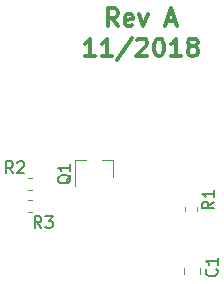
<source format=gbr>
G04 #@! TF.GenerationSoftware,KiCad,Pcbnew,(5.0.1)-3*
G04 #@! TF.CreationDate,2018-11-09T14:39:48+01:00*
G04 #@! TF.ProjectId,USB_switch,5553425F7377697463682E6B69636164,rev?*
G04 #@! TF.SameCoordinates,Original*
G04 #@! TF.FileFunction,Legend,Top*
G04 #@! TF.FilePolarity,Positive*
%FSLAX46Y46*%
G04 Gerber Fmt 4.6, Leading zero omitted, Abs format (unit mm)*
G04 Created by KiCad (PCBNEW (5.0.1)-3) date 09-Nov-18 14:39:48*
%MOMM*%
%LPD*%
G01*
G04 APERTURE LIST*
%ADD10C,0.300000*%
%ADD11C,0.120000*%
%ADD12C,0.150000*%
G04 APERTURE END LIST*
D10*
X97335714Y-80003571D02*
X96835714Y-79289285D01*
X96478571Y-80003571D02*
X96478571Y-78503571D01*
X97050000Y-78503571D01*
X97192857Y-78575000D01*
X97264285Y-78646428D01*
X97335714Y-78789285D01*
X97335714Y-79003571D01*
X97264285Y-79146428D01*
X97192857Y-79217857D01*
X97050000Y-79289285D01*
X96478571Y-79289285D01*
X98550000Y-79932142D02*
X98407142Y-80003571D01*
X98121428Y-80003571D01*
X97978571Y-79932142D01*
X97907142Y-79789285D01*
X97907142Y-79217857D01*
X97978571Y-79075000D01*
X98121428Y-79003571D01*
X98407142Y-79003571D01*
X98550000Y-79075000D01*
X98621428Y-79217857D01*
X98621428Y-79360714D01*
X97907142Y-79503571D01*
X99121428Y-79003571D02*
X99478571Y-80003571D01*
X99835714Y-79003571D01*
X101478571Y-79575000D02*
X102192857Y-79575000D01*
X101335714Y-80003571D02*
X101835714Y-78503571D01*
X102335714Y-80003571D01*
X95371428Y-82553571D02*
X94514285Y-82553571D01*
X94942857Y-82553571D02*
X94942857Y-81053571D01*
X94800000Y-81267857D01*
X94657142Y-81410714D01*
X94514285Y-81482142D01*
X96800000Y-82553571D02*
X95942857Y-82553571D01*
X96371428Y-82553571D02*
X96371428Y-81053571D01*
X96228571Y-81267857D01*
X96085714Y-81410714D01*
X95942857Y-81482142D01*
X98514285Y-80982142D02*
X97228571Y-82910714D01*
X98942857Y-81196428D02*
X99014285Y-81125000D01*
X99157142Y-81053571D01*
X99514285Y-81053571D01*
X99657142Y-81125000D01*
X99728571Y-81196428D01*
X99800000Y-81339285D01*
X99800000Y-81482142D01*
X99728571Y-81696428D01*
X98871428Y-82553571D01*
X99800000Y-82553571D01*
X100728571Y-81053571D02*
X100871428Y-81053571D01*
X101014285Y-81125000D01*
X101085714Y-81196428D01*
X101157142Y-81339285D01*
X101228571Y-81625000D01*
X101228571Y-81982142D01*
X101157142Y-82267857D01*
X101085714Y-82410714D01*
X101014285Y-82482142D01*
X100871428Y-82553571D01*
X100728571Y-82553571D01*
X100585714Y-82482142D01*
X100514285Y-82410714D01*
X100442857Y-82267857D01*
X100371428Y-81982142D01*
X100371428Y-81625000D01*
X100442857Y-81339285D01*
X100514285Y-81196428D01*
X100585714Y-81125000D01*
X100728571Y-81053571D01*
X102657142Y-82553571D02*
X101800000Y-82553571D01*
X102228571Y-82553571D02*
X102228571Y-81053571D01*
X102085714Y-81267857D01*
X101942857Y-81410714D01*
X101800000Y-81482142D01*
X103514285Y-81696428D02*
X103371428Y-81625000D01*
X103300000Y-81553571D01*
X103228571Y-81410714D01*
X103228571Y-81339285D01*
X103300000Y-81196428D01*
X103371428Y-81125000D01*
X103514285Y-81053571D01*
X103800000Y-81053571D01*
X103942857Y-81125000D01*
X104014285Y-81196428D01*
X104085714Y-81339285D01*
X104085714Y-81410714D01*
X104014285Y-81553571D01*
X103942857Y-81625000D01*
X103800000Y-81696428D01*
X103514285Y-81696428D01*
X103371428Y-81767857D01*
X103300000Y-81839285D01*
X103228571Y-81982142D01*
X103228571Y-82267857D01*
X103300000Y-82410714D01*
X103371428Y-82482142D01*
X103514285Y-82553571D01*
X103800000Y-82553571D01*
X103942857Y-82482142D01*
X104014285Y-82410714D01*
X104085714Y-82267857D01*
X104085714Y-81982142D01*
X104014285Y-81839285D01*
X103942857Y-81767857D01*
X103800000Y-81696428D01*
D11*
G04 #@! TO.C,Q1*
X96880000Y-91340000D02*
X95950000Y-91340000D01*
X93720000Y-91340000D02*
X94650000Y-91340000D01*
X93720000Y-91340000D02*
X93720000Y-93500000D01*
X96880000Y-91340000D02*
X96880000Y-92800000D01*
G04 #@! TO.C,R1*
X102990000Y-95328733D02*
X102990000Y-95671267D01*
X104010000Y-95328733D02*
X104010000Y-95671267D01*
G04 #@! TO.C,C1*
X104310000Y-100438748D02*
X104310000Y-100961252D01*
X102890000Y-100438748D02*
X102890000Y-100961252D01*
G04 #@! TO.C,R2*
X90071267Y-93910000D02*
X89728733Y-93910000D01*
X90071267Y-92890000D02*
X89728733Y-92890000D01*
G04 #@! TO.C,R3*
X90071267Y-95710000D02*
X89728733Y-95710000D01*
X90071267Y-94690000D02*
X89728733Y-94690000D01*
G04 #@! TO.C,Q1*
D12*
X93347619Y-92595238D02*
X93300000Y-92690476D01*
X93204761Y-92785714D01*
X93061904Y-92928571D01*
X93014285Y-93023809D01*
X93014285Y-93119047D01*
X93252380Y-93071428D02*
X93204761Y-93166666D01*
X93109523Y-93261904D01*
X92919047Y-93309523D01*
X92585714Y-93309523D01*
X92395238Y-93261904D01*
X92300000Y-93166666D01*
X92252380Y-93071428D01*
X92252380Y-92880952D01*
X92300000Y-92785714D01*
X92395238Y-92690476D01*
X92585714Y-92642857D01*
X92919047Y-92642857D01*
X93109523Y-92690476D01*
X93204761Y-92785714D01*
X93252380Y-92880952D01*
X93252380Y-93071428D01*
X93252380Y-91690476D02*
X93252380Y-92261904D01*
X93252380Y-91976190D02*
X92252380Y-91976190D01*
X92395238Y-92071428D01*
X92490476Y-92166666D01*
X92538095Y-92261904D01*
G04 #@! TO.C,R1*
X105452380Y-94866666D02*
X104976190Y-95200000D01*
X105452380Y-95438095D02*
X104452380Y-95438095D01*
X104452380Y-95057142D01*
X104500000Y-94961904D01*
X104547619Y-94914285D01*
X104642857Y-94866666D01*
X104785714Y-94866666D01*
X104880952Y-94914285D01*
X104928571Y-94961904D01*
X104976190Y-95057142D01*
X104976190Y-95438095D01*
X105452380Y-93914285D02*
X105452380Y-94485714D01*
X105452380Y-94200000D02*
X104452380Y-94200000D01*
X104595238Y-94295238D01*
X104690476Y-94390476D01*
X104738095Y-94485714D01*
G04 #@! TO.C,C1*
X105657142Y-100566666D02*
X105704761Y-100614285D01*
X105752380Y-100757142D01*
X105752380Y-100852380D01*
X105704761Y-100995238D01*
X105609523Y-101090476D01*
X105514285Y-101138095D01*
X105323809Y-101185714D01*
X105180952Y-101185714D01*
X104990476Y-101138095D01*
X104895238Y-101090476D01*
X104800000Y-100995238D01*
X104752380Y-100852380D01*
X104752380Y-100757142D01*
X104800000Y-100614285D01*
X104847619Y-100566666D01*
X105752380Y-99614285D02*
X105752380Y-100185714D01*
X105752380Y-99900000D02*
X104752380Y-99900000D01*
X104895238Y-99995238D01*
X104990476Y-100090476D01*
X105038095Y-100185714D01*
G04 #@! TO.C,R2*
X88433333Y-92452380D02*
X88100000Y-91976190D01*
X87861904Y-92452380D02*
X87861904Y-91452380D01*
X88242857Y-91452380D01*
X88338095Y-91500000D01*
X88385714Y-91547619D01*
X88433333Y-91642857D01*
X88433333Y-91785714D01*
X88385714Y-91880952D01*
X88338095Y-91928571D01*
X88242857Y-91976190D01*
X87861904Y-91976190D01*
X88814285Y-91547619D02*
X88861904Y-91500000D01*
X88957142Y-91452380D01*
X89195238Y-91452380D01*
X89290476Y-91500000D01*
X89338095Y-91547619D01*
X89385714Y-91642857D01*
X89385714Y-91738095D01*
X89338095Y-91880952D01*
X88766666Y-92452380D01*
X89385714Y-92452380D01*
G04 #@! TO.C,R3*
X90833333Y-97082380D02*
X90500000Y-96606190D01*
X90261904Y-97082380D02*
X90261904Y-96082380D01*
X90642857Y-96082380D01*
X90738095Y-96130000D01*
X90785714Y-96177619D01*
X90833333Y-96272857D01*
X90833333Y-96415714D01*
X90785714Y-96510952D01*
X90738095Y-96558571D01*
X90642857Y-96606190D01*
X90261904Y-96606190D01*
X91166666Y-96082380D02*
X91785714Y-96082380D01*
X91452380Y-96463333D01*
X91595238Y-96463333D01*
X91690476Y-96510952D01*
X91738095Y-96558571D01*
X91785714Y-96653809D01*
X91785714Y-96891904D01*
X91738095Y-96987142D01*
X91690476Y-97034761D01*
X91595238Y-97082380D01*
X91309523Y-97082380D01*
X91214285Y-97034761D01*
X91166666Y-96987142D01*
G04 #@! TD*
M02*

</source>
